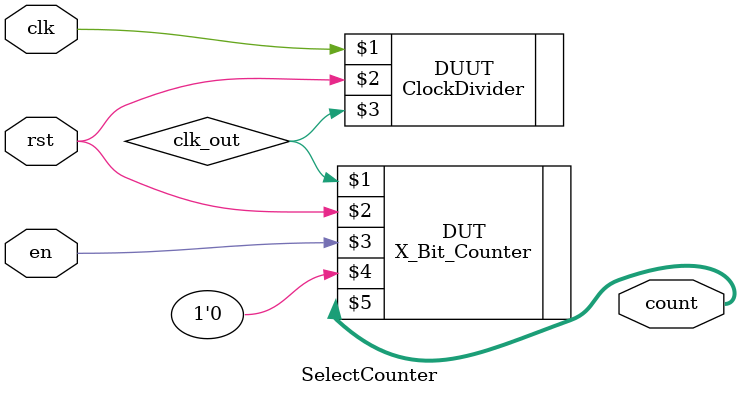
<source format=v>

`timescale 1ns/1ns

module SelectCounter#(parameter n=4) (input clk,        
                      rst, en,                
                      output [1:0] count

    );
    wire clk_out;
    ClockDivider #(300000) DUUT (clk, rst, clk_out);
    X_Bit_Counter #(2,n) DUT (clk_out, rst, en, 1'b0, count);
endmodule
</source>
